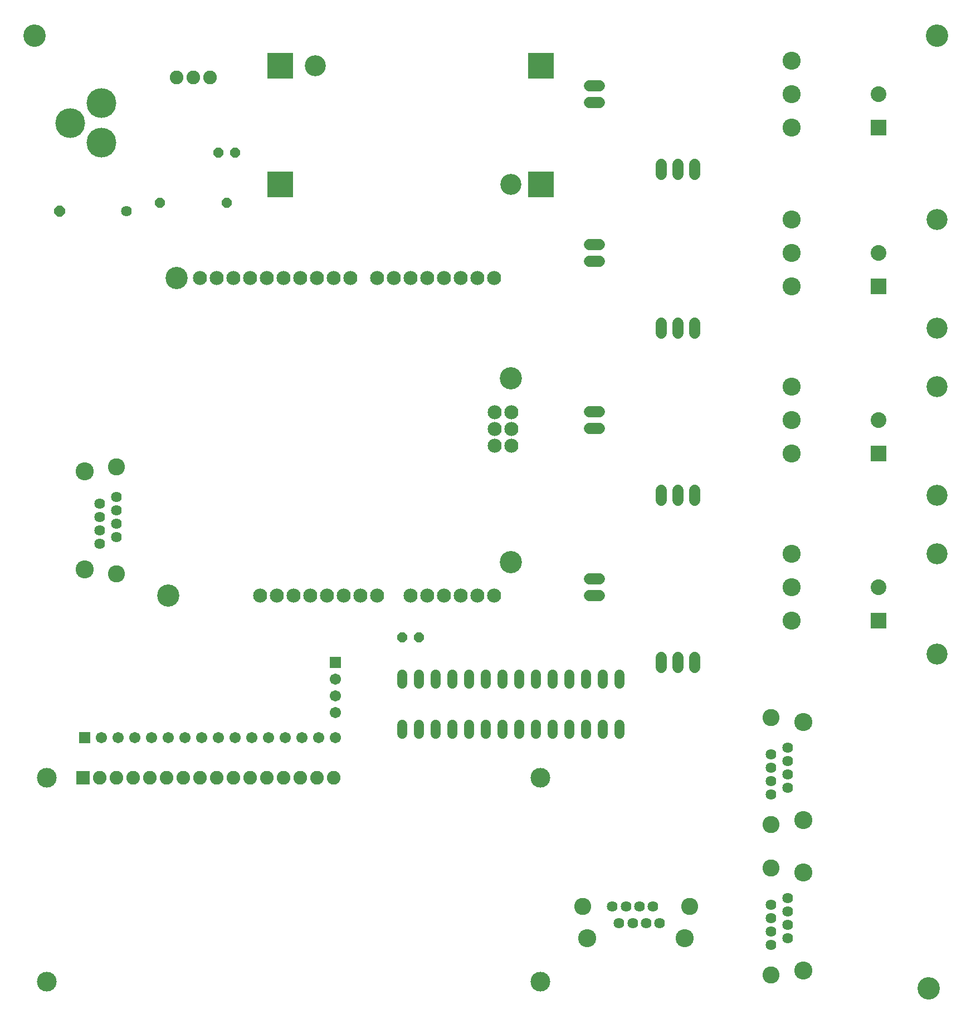
<source format=gbr>
G04 EAGLE Gerber RS-274X export*
G75*
%MOMM*%
%FSLAX34Y34*%
%LPD*%
%INSoldermask Top*%
%IPPOS*%
%AMOC8*
5,1,8,0,0,1.08239X$1,22.5*%
G01*
%ADD10C,3.378200*%
%ADD11C,2.133600*%
%ADD12C,1.625600*%
%ADD13C,2.603200*%
%ADD14C,2.753200*%
%ADD15C,4.521200*%
%ADD16R,2.082800X2.082800*%
%ADD17C,2.082800*%
%ADD18C,3.003200*%
%ADD19C,1.727200*%
%ADD20C,2.743200*%
%ADD21R,4.013200X4.013200*%
%ADD22C,3.203200*%
%ADD23R,1.711200X1.711200*%
%ADD24C,1.711200*%
%ADD25R,2.387600X2.387600*%
%ADD26C,2.387600*%
%ADD27P,1.649562X8X202.500000*%
%ADD28P,1.649562X8X22.500000*%
%ADD29C,1.524000*%
%ADD30P,1.759533X8X202.500000*%
%ADD31C,3.403200*%


D10*
X495300Y1295400D03*
X1003300Y1143000D03*
X1003300Y863600D03*
X482600Y812800D03*
D11*
X622300Y812800D03*
X647700Y812800D03*
X673100Y812800D03*
X698500Y812800D03*
X723900Y812800D03*
X749300Y812800D03*
X774700Y812800D03*
X800100Y812800D03*
X850900Y812800D03*
X876300Y812800D03*
X901700Y812800D03*
X927100Y812800D03*
X952500Y812800D03*
X977900Y812800D03*
X977900Y1295400D03*
X952500Y1295400D03*
X927100Y1295400D03*
X901700Y1295400D03*
X876300Y1295400D03*
X850900Y1295400D03*
X825500Y1295400D03*
X800100Y1295400D03*
X759460Y1295400D03*
X734060Y1295400D03*
X708660Y1295400D03*
X683260Y1295400D03*
X657860Y1295400D03*
X632460Y1295400D03*
X607060Y1295400D03*
X581660Y1295400D03*
X556260Y1295400D03*
X530860Y1295400D03*
X979300Y1091700D03*
X1004700Y1091700D03*
X979300Y1066300D03*
X1004700Y1066300D03*
X979300Y1040900D03*
X1004700Y1040900D03*
D12*
X378600Y891400D03*
X404000Y901600D03*
X378600Y911800D03*
X404000Y922000D03*
X378600Y932200D03*
X404000Y942400D03*
X378600Y952600D03*
X404000Y962800D03*
D13*
X404000Y845850D03*
X404000Y1008350D03*
D14*
X355600Y852700D03*
X355600Y1001500D03*
D15*
X381000Y1501300D03*
X381000Y1561300D03*
X334000Y1531300D03*
D16*
X353100Y536000D03*
D17*
X378500Y536000D03*
X403900Y536000D03*
X429300Y536000D03*
X454700Y536000D03*
X480100Y536000D03*
X505500Y536000D03*
X530900Y536000D03*
X556300Y536000D03*
X581700Y536000D03*
X607100Y536000D03*
X632500Y536000D03*
X657900Y536000D03*
X683300Y536000D03*
X708700Y536000D03*
X734100Y536000D03*
D18*
X298100Y536000D03*
X298100Y226000D03*
X1048100Y536000D03*
X1048100Y226000D03*
D19*
X1122680Y1562100D02*
X1137920Y1562100D01*
X1137920Y1587500D02*
X1122680Y1587500D01*
D20*
X1430020Y1524000D03*
X1430020Y1574800D03*
X1430020Y1625600D03*
D19*
X1137920Y1320800D02*
X1122680Y1320800D01*
X1122680Y1346200D02*
X1137920Y1346200D01*
D20*
X1430020Y1282700D03*
X1430020Y1333500D03*
X1430020Y1384300D03*
D19*
X1137920Y1066800D02*
X1122680Y1066800D01*
X1122680Y1092200D02*
X1137920Y1092200D01*
D20*
X1430020Y1028700D03*
X1430020Y1079500D03*
X1430020Y1130300D03*
D19*
X1137920Y812800D02*
X1122680Y812800D01*
X1122680Y838200D02*
X1137920Y838200D01*
D20*
X1430020Y774700D03*
X1430020Y825500D03*
X1430020Y876300D03*
D17*
X495300Y1600200D03*
X520700Y1600200D03*
X546100Y1600200D03*
D21*
X652780Y1617980D03*
X652780Y1437640D03*
X1049020Y1617980D03*
X1049020Y1437640D03*
D22*
X706120Y1617980D03*
X1003300Y1437640D03*
D23*
X355600Y596900D03*
D24*
X381000Y596900D03*
X406400Y596900D03*
X431800Y596900D03*
X457200Y596900D03*
X482600Y596900D03*
X508000Y596900D03*
X533400Y596900D03*
X558800Y596900D03*
X584200Y596900D03*
X609600Y596900D03*
X635000Y596900D03*
X660400Y596900D03*
X685800Y596900D03*
X711200Y596900D03*
X736600Y596900D03*
D23*
X736600Y711200D03*
D24*
X736600Y685800D03*
X736600Y660400D03*
X736600Y635000D03*
D19*
X1282700Y1452880D02*
X1282700Y1468120D01*
X1257300Y1468120D02*
X1257300Y1452880D01*
X1231900Y1452880D02*
X1231900Y1468120D01*
X1282700Y1226820D02*
X1282700Y1211580D01*
X1257300Y1211580D02*
X1257300Y1226820D01*
X1231900Y1226820D02*
X1231900Y1211580D01*
X1282700Y972820D02*
X1282700Y957580D01*
X1257300Y957580D02*
X1257300Y972820D01*
X1231900Y972820D02*
X1231900Y957580D01*
X1282700Y718820D02*
X1282700Y703580D01*
X1257300Y703580D02*
X1257300Y718820D01*
X1231900Y718820D02*
X1231900Y703580D01*
D25*
X1562100Y1524000D03*
D26*
X1562100Y1574800D03*
D25*
X1562100Y1282700D03*
D26*
X1562100Y1333500D03*
D25*
X1562100Y1028700D03*
D26*
X1562100Y1079500D03*
D25*
X1562100Y774700D03*
D26*
X1562100Y825500D03*
D27*
X571500Y1409700D03*
X469900Y1409700D03*
D28*
X558800Y1485900D03*
X584200Y1485900D03*
D29*
X1168400Y692404D02*
X1168400Y679196D01*
X1143000Y679196D02*
X1143000Y692404D01*
X1117600Y692404D02*
X1117600Y679196D01*
X1092200Y679196D02*
X1092200Y692404D01*
X1066800Y692404D02*
X1066800Y679196D01*
X1041400Y679196D02*
X1041400Y692404D01*
X1016000Y692404D02*
X1016000Y679196D01*
X990600Y679196D02*
X990600Y692404D01*
X965200Y692404D02*
X965200Y679196D01*
X939800Y679196D02*
X939800Y692404D01*
X914400Y692404D02*
X914400Y679196D01*
X889000Y679196D02*
X889000Y692404D01*
X863600Y692404D02*
X863600Y679196D01*
X838200Y679196D02*
X838200Y692404D01*
X838200Y616204D02*
X838200Y602996D01*
X863600Y602996D02*
X863600Y616204D01*
X889000Y616204D02*
X889000Y602996D01*
X914400Y602996D02*
X914400Y616204D01*
X939800Y616204D02*
X939800Y602996D01*
X965200Y602996D02*
X965200Y616204D01*
X990600Y616204D02*
X990600Y602996D01*
X1016000Y602996D02*
X1016000Y616204D01*
X1041400Y616204D02*
X1041400Y602996D01*
X1066800Y602996D02*
X1066800Y616204D01*
X1092200Y616204D02*
X1092200Y602996D01*
X1117600Y602996D02*
X1117600Y616204D01*
X1143000Y616204D02*
X1143000Y602996D01*
X1168400Y602996D02*
X1168400Y616204D01*
D12*
X1424800Y581800D03*
X1399400Y571600D03*
X1424800Y561400D03*
X1399400Y551200D03*
X1424800Y541000D03*
X1399400Y530800D03*
X1424800Y520600D03*
X1399400Y510400D03*
D13*
X1399400Y627350D03*
X1399400Y464850D03*
D14*
X1447800Y620500D03*
X1447800Y471700D03*
D12*
X1424800Y353200D03*
X1399400Y343000D03*
X1424800Y332800D03*
X1399400Y322600D03*
X1424800Y312400D03*
X1399400Y302200D03*
X1424800Y292000D03*
X1399400Y281800D03*
D13*
X1399400Y398750D03*
X1399400Y236250D03*
D14*
X1447800Y391900D03*
X1447800Y243100D03*
D12*
X1229500Y315100D03*
X1219300Y340500D03*
X1209100Y315100D03*
X1198900Y340500D03*
X1188700Y315100D03*
X1178500Y340500D03*
X1168300Y315100D03*
X1158100Y340500D03*
D13*
X1275050Y340500D03*
X1112550Y340500D03*
D14*
X1268200Y292100D03*
X1119400Y292100D03*
D22*
X1651000Y1130300D03*
X1651000Y965200D03*
X1651000Y1384300D03*
X1651000Y1219200D03*
X1651000Y723900D03*
X1651000Y876300D03*
D12*
X419100Y1397000D03*
D30*
X317500Y1397000D03*
D28*
X838200Y749300D03*
X863600Y749300D03*
D31*
X279400Y1663700D03*
X1638300Y215900D03*
X1651000Y1663700D03*
M02*

</source>
